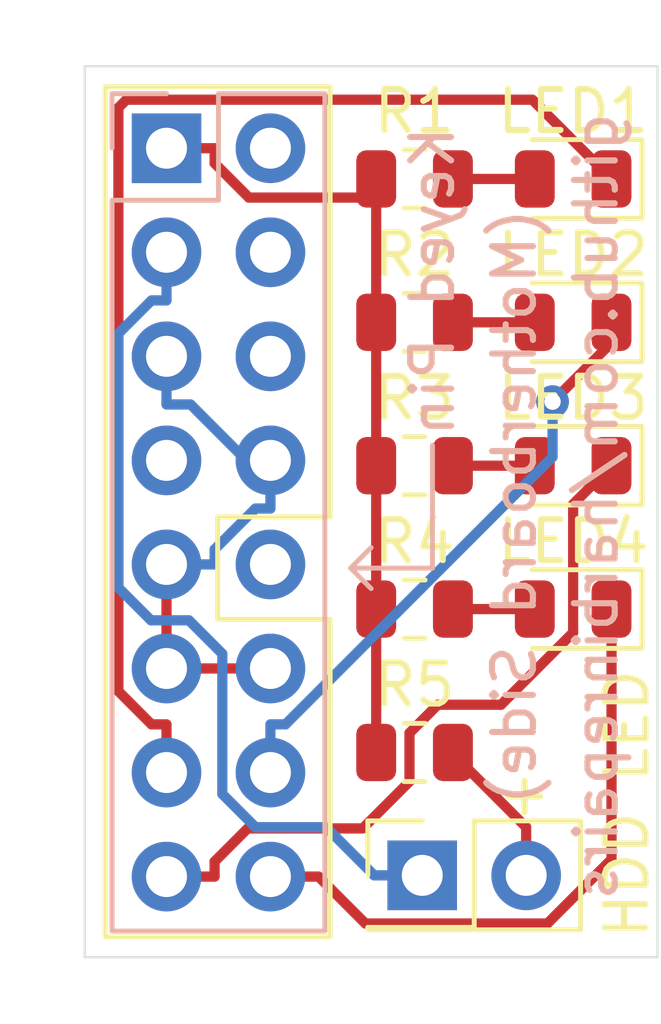
<source format=kicad_pcb>
(kicad_pcb (version 20171130) (host pcbnew "(5.1.0-0)")

  (general
    (thickness 1.6)
    (drawings 22)
    (tracks 69)
    (zones 0)
    (modules 11)
    (nets 18)
  )

  (page A4)
  (layers
    (0 F.Cu signal)
    (31 B.Cu signal)
    (32 B.Adhes user)
    (33 F.Adhes user)
    (34 B.Paste user)
    (35 F.Paste user)
    (36 B.SilkS user)
    (37 F.SilkS user)
    (38 B.Mask user)
    (39 F.Mask user)
    (40 Dwgs.User user)
    (41 Cmts.User user)
    (42 Eco1.User user)
    (43 Eco2.User user)
    (44 Edge.Cuts user)
    (45 Margin user)
    (46 B.CrtYd user)
    (47 F.CrtYd user)
    (48 B.Fab user)
    (49 F.Fab user)
  )

  (setup
    (last_trace_width 0.25)
    (trace_clearance 0.2)
    (zone_clearance 0.508)
    (zone_45_only no)
    (trace_min 0.2)
    (via_size 0.8)
    (via_drill 0.4)
    (via_min_size 0.4)
    (via_min_drill 0.3)
    (uvia_size 0.3)
    (uvia_drill 0.1)
    (uvias_allowed no)
    (uvia_min_size 0.2)
    (uvia_min_drill 0.1)
    (edge_width 0.05)
    (segment_width 0.2)
    (pcb_text_width 0.3)
    (pcb_text_size 1.5 1.5)
    (mod_edge_width 0.12)
    (mod_text_size 1 1)
    (mod_text_width 0.15)
    (pad_size 1.524 1.524)
    (pad_drill 0.762)
    (pad_to_mask_clearance 0.051)
    (solder_mask_min_width 0.25)
    (aux_axis_origin 0 0)
    (visible_elements FFFFFF7F)
    (pcbplotparams
      (layerselection 0x010fc_ffffffff)
      (usegerberextensions false)
      (usegerberattributes false)
      (usegerberadvancedattributes false)
      (creategerberjobfile false)
      (excludeedgelayer true)
      (linewidth 0.100000)
      (plotframeref false)
      (viasonmask false)
      (mode 1)
      (useauxorigin false)
      (hpglpennumber 1)
      (hpglpenspeed 20)
      (hpglpendiameter 15.000000)
      (psnegative false)
      (psa4output false)
      (plotreference true)
      (plotvalue true)
      (plotinvisibletext false)
      (padsonsilk false)
      (subtractmaskfromsilk false)
      (outputformat 1)
      (mirror false)
      (drillshape 0)
      (scaleselection 1)
      (outputdirectory ""))
  )

  (net 0 "")
  (net 1 LED1)
  (net 2 "Net-(D1-Pad2)")
  (net 3 "Net-(D2-Pad2)")
  (net 4 LED2)
  (net 5 LED3)
  (net 6 "Net-(D3-Pad2)")
  (net 7 "Net-(D4-Pad2)")
  (net 8 LED4)
  (net 9 HDD_LED)
  (net 10 "Net-(J1-Pad2)")
  (net 11 VCC)
  (net 12 "Net-(J2-Pad2)")
  (net 13 SENSE_JUMPER)
  (net 14 "Net-(J1-Pad4)")
  (net 15 "Net-(J1-Pad6)")
  (net 16 "Net-(J1-Pad7)")
  (net 17 "Net-(J1-Pad10)")

  (net_class Default "This is the default net class."
    (clearance 0.2)
    (trace_width 0.25)
    (via_dia 0.8)
    (via_drill 0.4)
    (uvia_dia 0.3)
    (uvia_drill 0.1)
    (add_net HDD_LED)
    (add_net LED1)
    (add_net LED2)
    (add_net LED3)
    (add_net LED4)
    (add_net "Net-(D1-Pad2)")
    (add_net "Net-(D2-Pad2)")
    (add_net "Net-(D3-Pad2)")
    (add_net "Net-(D4-Pad2)")
    (add_net "Net-(J1-Pad10)")
    (add_net "Net-(J1-Pad2)")
    (add_net "Net-(J1-Pad4)")
    (add_net "Net-(J1-Pad6)")
    (add_net "Net-(J1-Pad7)")
    (add_net "Net-(J2-Pad2)")
    (add_net SENSE_JUMPER)
    (add_net VCC)
  )

  (module Connector_PinHeader_2.54mm:PinHeader_2x01_P2.54mm_Vertical (layer F.Cu) (tedit 59FED5CC) (tstamp 5D4D579E)
    (at 150.75 82.5)
    (descr "Through hole straight pin header, 2x01, 2.54mm pitch, double rows")
    (tags "Through hole pin header THT 2x01 2.54mm double row")
    (path /5D4E63D9)
    (fp_text reference J2 (at 1.27 -2.33) (layer F.Fab)
      (effects (font (size 1 1) (thickness 0.15)))
    )
    (fp_text value "HDD LED" (at 1.27 2.33) (layer F.Fab)
      (effects (font (size 1 1) (thickness 0.15)))
    )
    (fp_text user %R (at 1.27 0 90) (layer F.Fab)
      (effects (font (size 1 1) (thickness 0.15)))
    )
    (fp_line (start 4.35 -1.8) (end -1.8 -1.8) (layer F.CrtYd) (width 0.05))
    (fp_line (start 4.35 1.8) (end 4.35 -1.8) (layer F.CrtYd) (width 0.05))
    (fp_line (start -1.8 1.8) (end 4.35 1.8) (layer F.CrtYd) (width 0.05))
    (fp_line (start -1.8 -1.8) (end -1.8 1.8) (layer F.CrtYd) (width 0.05))
    (fp_line (start -1.33 -1.33) (end 0 -1.33) (layer F.SilkS) (width 0.12))
    (fp_line (start -1.33 0) (end -1.33 -1.33) (layer F.SilkS) (width 0.12))
    (fp_line (start 1.27 -1.33) (end 3.87 -1.33) (layer F.SilkS) (width 0.12))
    (fp_line (start 1.27 1.27) (end 1.27 -1.33) (layer F.SilkS) (width 0.12))
    (fp_line (start -1.33 1.27) (end 1.27 1.27) (layer F.SilkS) (width 0.12))
    (fp_line (start 3.87 -1.33) (end 3.87 1.33) (layer F.SilkS) (width 0.12))
    (fp_line (start -1.33 1.27) (end -1.33 1.33) (layer F.SilkS) (width 0.12))
    (fp_line (start -1.33 1.33) (end 3.87 1.33) (layer F.SilkS) (width 0.12))
    (fp_line (start -1.27 0) (end 0 -1.27) (layer F.Fab) (width 0.1))
    (fp_line (start -1.27 1.27) (end -1.27 0) (layer F.Fab) (width 0.1))
    (fp_line (start 3.81 1.27) (end -1.27 1.27) (layer F.Fab) (width 0.1))
    (fp_line (start 3.81 -1.27) (end 3.81 1.27) (layer F.Fab) (width 0.1))
    (fp_line (start 0 -1.27) (end 3.81 -1.27) (layer F.Fab) (width 0.1))
    (pad 2 thru_hole oval (at 2.54 0) (size 1.7 1.7) (drill 1) (layers *.Cu *.Mask)
      (net 12 "Net-(J2-Pad2)"))
    (pad 1 thru_hole rect (at 0 0) (size 1.7 1.7) (drill 1) (layers *.Cu *.Mask)
      (net 9 HDD_LED))
    (model ${KISYS3DMOD}/Connector_PinHeader_2.54mm.3dshapes/PinHeader_2x01_P2.54mm_Vertical.wrl
      (at (xyz 0 0 0))
      (scale (xyz 1 1 1))
      (rotate (xyz 0 0 0))
    )
  )

  (module LED_SMD:LED_0805_2012Metric (layer F.Cu) (tedit 5B36C52C) (tstamp 5D4D51EC)
    (at 154.438 65.5 180)
    (descr "LED SMD 0805 (2012 Metric), square (rectangular) end terminal, IPC_7351 nominal, (Body size source: https://docs.google.com/spreadsheets/d/1BsfQQcO9C6DZCsRaXUlFlo91Tg2WpOkGARC1WS5S8t0/edit?usp=sharing), generated with kicad-footprint-generator")
    (tags diode)
    (path /5D4DA517)
    (attr smd)
    (fp_text reference D1 (at -0.0625 1.75 180) (layer F.Fab)
      (effects (font (size 1 1) (thickness 0.15)))
    )
    (fp_text value LED1 (at 0 1.65 180) (layer F.SilkS)
      (effects (font (size 1 1) (thickness 0.15)))
    )
    (fp_line (start 1 -0.6) (end -0.7 -0.6) (layer F.Fab) (width 0.1))
    (fp_line (start -0.7 -0.6) (end -1 -0.3) (layer F.Fab) (width 0.1))
    (fp_line (start -1 -0.3) (end -1 0.6) (layer F.Fab) (width 0.1))
    (fp_line (start -1 0.6) (end 1 0.6) (layer F.Fab) (width 0.1))
    (fp_line (start 1 0.6) (end 1 -0.6) (layer F.Fab) (width 0.1))
    (fp_line (start 1 -0.96) (end -1.685 -0.96) (layer F.SilkS) (width 0.12))
    (fp_line (start -1.685 -0.96) (end -1.685 0.96) (layer F.SilkS) (width 0.12))
    (fp_line (start -1.685 0.96) (end 1 0.96) (layer F.SilkS) (width 0.12))
    (fp_line (start -1.68 0.95) (end -1.68 -0.95) (layer F.CrtYd) (width 0.05))
    (fp_line (start -1.68 -0.95) (end 1.68 -0.95) (layer F.CrtYd) (width 0.05))
    (fp_line (start 1.68 -0.95) (end 1.68 0.95) (layer F.CrtYd) (width 0.05))
    (fp_line (start 1.68 0.95) (end -1.68 0.95) (layer F.CrtYd) (width 0.05))
    (fp_text user %R (at 0 0 180) (layer F.Fab)
      (effects (font (size 0.5 0.5) (thickness 0.08)))
    )
    (pad 1 smd roundrect (at -0.9375 0 180) (size 0.975 1.4) (layers F.Cu F.Paste F.Mask) (roundrect_rratio 0.25)
      (net 1 LED1))
    (pad 2 smd roundrect (at 0.9375 0 180) (size 0.975 1.4) (layers F.Cu F.Paste F.Mask) (roundrect_rratio 0.25)
      (net 2 "Net-(D1-Pad2)"))
    (model ${KISYS3DMOD}/LED_SMD.3dshapes/LED_0805_2012Metric.wrl
      (at (xyz 0 0 0))
      (scale (xyz 1 1 1))
      (rotate (xyz 0 0 0))
    )
  )

  (module LED_SMD:LED_0805_2012Metric (layer F.Cu) (tedit 5B36C52C) (tstamp 5D4D4E9A)
    (at 154.438 69 180)
    (descr "LED SMD 0805 (2012 Metric), square (rectangular) end terminal, IPC_7351 nominal, (Body size source: https://docs.google.com/spreadsheets/d/1BsfQQcO9C6DZCsRaXUlFlo91Tg2WpOkGARC1WS5S8t0/edit?usp=sharing), generated with kicad-footprint-generator")
    (tags diode)
    (path /5D4DB0F2)
    (attr smd)
    (fp_text reference D2 (at -0.0625 1.75 180) (layer F.Fab)
      (effects (font (size 1 1) (thickness 0.15)))
    )
    (fp_text value LED2 (at 0 1.65 180) (layer F.SilkS)
      (effects (font (size 1 1) (thickness 0.15)))
    )
    (fp_text user %R (at 0 0 180) (layer F.Fab)
      (effects (font (size 0.5 0.5) (thickness 0.08)))
    )
    (fp_line (start 1.68 0.95) (end -1.68 0.95) (layer F.CrtYd) (width 0.05))
    (fp_line (start 1.68 -0.95) (end 1.68 0.95) (layer F.CrtYd) (width 0.05))
    (fp_line (start -1.68 -0.95) (end 1.68 -0.95) (layer F.CrtYd) (width 0.05))
    (fp_line (start -1.68 0.95) (end -1.68 -0.95) (layer F.CrtYd) (width 0.05))
    (fp_line (start -1.685 0.96) (end 1 0.96) (layer F.SilkS) (width 0.12))
    (fp_line (start -1.685 -0.96) (end -1.685 0.96) (layer F.SilkS) (width 0.12))
    (fp_line (start 1 -0.96) (end -1.685 -0.96) (layer F.SilkS) (width 0.12))
    (fp_line (start 1 0.6) (end 1 -0.6) (layer F.Fab) (width 0.1))
    (fp_line (start -1 0.6) (end 1 0.6) (layer F.Fab) (width 0.1))
    (fp_line (start -1 -0.3) (end -1 0.6) (layer F.Fab) (width 0.1))
    (fp_line (start -0.7 -0.6) (end -1 -0.3) (layer F.Fab) (width 0.1))
    (fp_line (start 1 -0.6) (end -0.7 -0.6) (layer F.Fab) (width 0.1))
    (pad 2 smd roundrect (at 0.9375 0 180) (size 0.975 1.4) (layers F.Cu F.Paste F.Mask) (roundrect_rratio 0.25)
      (net 3 "Net-(D2-Pad2)"))
    (pad 1 smd roundrect (at -0.9375 0 180) (size 0.975 1.4) (layers F.Cu F.Paste F.Mask) (roundrect_rratio 0.25)
      (net 4 LED2))
    (model ${KISYS3DMOD}/LED_SMD.3dshapes/LED_0805_2012Metric.wrl
      (at (xyz 0 0 0))
      (scale (xyz 1 1 1))
      (rotate (xyz 0 0 0))
    )
  )

  (module LED_SMD:LED_0805_2012Metric (layer F.Cu) (tedit 5B36C52C) (tstamp 5D4D4E64)
    (at 154.438 72.5 180)
    (descr "LED SMD 0805 (2012 Metric), square (rectangular) end terminal, IPC_7351 nominal, (Body size source: https://docs.google.com/spreadsheets/d/1BsfQQcO9C6DZCsRaXUlFlo91Tg2WpOkGARC1WS5S8t0/edit?usp=sharing), generated with kicad-footprint-generator")
    (tags diode)
    (path /5D4DBB95)
    (attr smd)
    (fp_text reference D3 (at -0.0625 1.75 180) (layer F.Fab)
      (effects (font (size 1 1) (thickness 0.15)))
    )
    (fp_text value LED3 (at 0 1.65 180) (layer F.SilkS)
      (effects (font (size 1 1) (thickness 0.15)))
    )
    (fp_line (start 1 -0.6) (end -0.7 -0.6) (layer F.Fab) (width 0.1))
    (fp_line (start -0.7 -0.6) (end -1 -0.3) (layer F.Fab) (width 0.1))
    (fp_line (start -1 -0.3) (end -1 0.6) (layer F.Fab) (width 0.1))
    (fp_line (start -1 0.6) (end 1 0.6) (layer F.Fab) (width 0.1))
    (fp_line (start 1 0.6) (end 1 -0.6) (layer F.Fab) (width 0.1))
    (fp_line (start 1 -0.96) (end -1.685 -0.96) (layer F.SilkS) (width 0.12))
    (fp_line (start -1.685 -0.96) (end -1.685 0.96) (layer F.SilkS) (width 0.12))
    (fp_line (start -1.685 0.96) (end 1 0.96) (layer F.SilkS) (width 0.12))
    (fp_line (start -1.68 0.95) (end -1.68 -0.95) (layer F.CrtYd) (width 0.05))
    (fp_line (start -1.68 -0.95) (end 1.68 -0.95) (layer F.CrtYd) (width 0.05))
    (fp_line (start 1.68 -0.95) (end 1.68 0.95) (layer F.CrtYd) (width 0.05))
    (fp_line (start 1.68 0.95) (end -1.68 0.95) (layer F.CrtYd) (width 0.05))
    (fp_text user %R (at 0 0 180) (layer F.Fab)
      (effects (font (size 0.5 0.5) (thickness 0.08)))
    )
    (pad 1 smd roundrect (at -0.9375 0 180) (size 0.975 1.4) (layers F.Cu F.Paste F.Mask) (roundrect_rratio 0.25)
      (net 5 LED3))
    (pad 2 smd roundrect (at 0.9375 0 180) (size 0.975 1.4) (layers F.Cu F.Paste F.Mask) (roundrect_rratio 0.25)
      (net 6 "Net-(D3-Pad2)"))
    (model ${KISYS3DMOD}/LED_SMD.3dshapes/LED_0805_2012Metric.wrl
      (at (xyz 0 0 0))
      (scale (xyz 1 1 1))
      (rotate (xyz 0 0 0))
    )
  )

  (module LED_SMD:LED_0805_2012Metric (layer F.Cu) (tedit 5B36C52C) (tstamp 5D4D4E2E)
    (at 154.438 76 180)
    (descr "LED SMD 0805 (2012 Metric), square (rectangular) end terminal, IPC_7351 nominal, (Body size source: https://docs.google.com/spreadsheets/d/1BsfQQcO9C6DZCsRaXUlFlo91Tg2WpOkGARC1WS5S8t0/edit?usp=sharing), generated with kicad-footprint-generator")
    (tags diode)
    (path /5D4DC4DC)
    (attr smd)
    (fp_text reference D4 (at -0.0625 1.75 180) (layer F.Fab)
      (effects (font (size 1 1) (thickness 0.15)))
    )
    (fp_text value LED4 (at 0 1.65 180) (layer F.SilkS)
      (effects (font (size 1 1) (thickness 0.15)))
    )
    (fp_text user %R (at 0 0 180) (layer F.Fab)
      (effects (font (size 0.5 0.5) (thickness 0.08)))
    )
    (fp_line (start 1.68 0.95) (end -1.68 0.95) (layer F.CrtYd) (width 0.05))
    (fp_line (start 1.68 -0.95) (end 1.68 0.95) (layer F.CrtYd) (width 0.05))
    (fp_line (start -1.68 -0.95) (end 1.68 -0.95) (layer F.CrtYd) (width 0.05))
    (fp_line (start -1.68 0.95) (end -1.68 -0.95) (layer F.CrtYd) (width 0.05))
    (fp_line (start -1.685 0.96) (end 1 0.96) (layer F.SilkS) (width 0.12))
    (fp_line (start -1.685 -0.96) (end -1.685 0.96) (layer F.SilkS) (width 0.12))
    (fp_line (start 1 -0.96) (end -1.685 -0.96) (layer F.SilkS) (width 0.12))
    (fp_line (start 1 0.6) (end 1 -0.6) (layer F.Fab) (width 0.1))
    (fp_line (start -1 0.6) (end 1 0.6) (layer F.Fab) (width 0.1))
    (fp_line (start -1 -0.3) (end -1 0.6) (layer F.Fab) (width 0.1))
    (fp_line (start -0.7 -0.6) (end -1 -0.3) (layer F.Fab) (width 0.1))
    (fp_line (start 1 -0.6) (end -0.7 -0.6) (layer F.Fab) (width 0.1))
    (pad 2 smd roundrect (at 0.9375 0 180) (size 0.975 1.4) (layers F.Cu F.Paste F.Mask) (roundrect_rratio 0.25)
      (net 7 "Net-(D4-Pad2)"))
    (pad 1 smd roundrect (at -0.9375 0 180) (size 0.975 1.4) (layers F.Cu F.Paste F.Mask) (roundrect_rratio 0.25)
      (net 8 LED4))
    (model ${KISYS3DMOD}/LED_SMD.3dshapes/LED_0805_2012Metric.wrl
      (at (xyz 0 0 0))
      (scale (xyz 1 1 1))
      (rotate (xyz 0 0 0))
    )
  )

  (module Connector_PinSocket_2.54mm:PinSocket_2x08_P2.54mm_Vertical (layer B.Cu) (tedit 5A19A42B) (tstamp 5D4D3F8F)
    (at 144.5 64.75 180)
    (descr "Through hole straight socket strip, 2x08, 2.54mm pitch, double cols (from Kicad 4.0.7), script generated")
    (tags "Through hole socket strip THT 2x08 2.54mm double row")
    (path /5D4CE0A3)
    (fp_text reference J1 (at -1.27 2.77 180) (layer B.Fab)
      (effects (font (size 1 1) (thickness 0.15)) (justify mirror))
    )
    (fp_text value "MB Connector" (at -1.27 -20.55 180) (layer B.Fab)
      (effects (font (size 1 1) (thickness 0.15)) (justify mirror))
    )
    (fp_line (start -3.81 1.27) (end 0.27 1.27) (layer B.Fab) (width 0.1))
    (fp_line (start 0.27 1.27) (end 1.27 0.27) (layer B.Fab) (width 0.1))
    (fp_line (start 1.27 0.27) (end 1.27 -19.05) (layer B.Fab) (width 0.1))
    (fp_line (start 1.27 -19.05) (end -3.81 -19.05) (layer B.Fab) (width 0.1))
    (fp_line (start -3.81 -19.05) (end -3.81 1.27) (layer B.Fab) (width 0.1))
    (fp_line (start -3.87 1.33) (end -1.27 1.33) (layer B.SilkS) (width 0.12))
    (fp_line (start -3.87 1.33) (end -3.87 -19.11) (layer B.SilkS) (width 0.12))
    (fp_line (start -3.87 -19.11) (end 1.33 -19.11) (layer B.SilkS) (width 0.12))
    (fp_line (start 1.33 -1.27) (end 1.33 -19.11) (layer B.SilkS) (width 0.12))
    (fp_line (start -1.27 -1.27) (end 1.33 -1.27) (layer B.SilkS) (width 0.12))
    (fp_line (start -1.27 1.33) (end -1.27 -1.27) (layer B.SilkS) (width 0.12))
    (fp_line (start 1.33 1.33) (end 1.33 0) (layer B.SilkS) (width 0.12))
    (fp_line (start 0 1.33) (end 1.33 1.33) (layer B.SilkS) (width 0.12))
    (fp_line (start -4.34 1.8) (end 1.76 1.8) (layer B.CrtYd) (width 0.05))
    (fp_line (start 1.76 1.8) (end 1.76 -19.55) (layer B.CrtYd) (width 0.05))
    (fp_line (start 1.76 -19.55) (end -4.34 -19.55) (layer B.CrtYd) (width 0.05))
    (fp_line (start -4.34 -19.55) (end -4.34 1.8) (layer B.CrtYd) (width 0.05))
    (fp_text user %R (at -1.27 -8.89 90) (layer B.Fab)
      (effects (font (size 1 1) (thickness 0.15)) (justify mirror))
    )
    (pad 1 thru_hole rect (at 0 0 180) (size 1.7 1.7) (drill 1) (layers *.Cu *.Mask)
      (net 11 VCC))
    (pad 2 thru_hole oval (at -2.54 0 180) (size 1.7 1.7) (drill 1) (layers *.Cu *.Mask)
      (net 10 "Net-(J1-Pad2)"))
    (pad 3 thru_hole oval (at 0 -2.54 180) (size 1.7 1.7) (drill 1) (layers *.Cu *.Mask)
      (net 9 HDD_LED))
    (pad 4 thru_hole oval (at -2.54 -2.54 180) (size 1.7 1.7) (drill 1) (layers *.Cu *.Mask)
      (net 14 "Net-(J1-Pad4)"))
    (pad 5 thru_hole oval (at 0 -5.08 180) (size 1.7 1.7) (drill 1) (layers *.Cu *.Mask)
      (net 13 SENSE_JUMPER))
    (pad 6 thru_hole oval (at -2.54 -5.08 180) (size 1.7 1.7) (drill 1) (layers *.Cu *.Mask)
      (net 15 "Net-(J1-Pad6)"))
    (pad 7 thru_hole oval (at 0 -7.62 180) (size 1.7 1.7) (drill 1) (layers *.Cu *.Mask)
      (net 16 "Net-(J1-Pad7)"))
    (pad 8 thru_hole oval (at -2.54 -7.62 180) (size 1.7 1.7) (drill 1) (layers *.Cu *.Mask)
      (net 13 SENSE_JUMPER))
    (pad 9 thru_hole oval (at 0 -10.16 180) (size 1.7 1.7) (drill 1) (layers *.Cu *.Mask)
      (net 13 SENSE_JUMPER))
    (pad 10 thru_hole oval (at -2.54 -10.16 180) (size 1.7 1.7) (drill 1) (layers *.Cu *.Mask)
      (net 17 "Net-(J1-Pad10)"))
    (pad 11 thru_hole oval (at 0 -12.7 180) (size 1.7 1.7) (drill 1) (layers *.Cu *.Mask)
      (net 13 SENSE_JUMPER))
    (pad 12 thru_hole oval (at -2.54 -12.7 180) (size 1.7 1.7) (drill 1) (layers *.Cu *.Mask)
      (net 13 SENSE_JUMPER))
    (pad 13 thru_hole oval (at 0 -15.24 180) (size 1.7 1.7) (drill 1) (layers *.Cu *.Mask)
      (net 1 LED1))
    (pad 14 thru_hole oval (at -2.54 -15.24 180) (size 1.7 1.7) (drill 1) (layers *.Cu *.Mask)
      (net 4 LED2))
    (pad 15 thru_hole oval (at 0 -17.78 180) (size 1.7 1.7) (drill 1) (layers *.Cu *.Mask)
      (net 5 LED3))
    (pad 16 thru_hole oval (at -2.54 -17.78 180) (size 1.7 1.7) (drill 1) (layers *.Cu *.Mask)
      (net 8 LED4))
    (model ${KISYS3DMOD}/Connector_PinSocket_2.54mm.3dshapes/PinSocket_2x08_P2.54mm_Vertical.wrl
      (at (xyz 0 0 0))
      (scale (xyz 1 1 1))
      (rotate (xyz 0 0 0))
    )
  )

  (module Resistor_SMD:R_0805_2012Metric (layer F.Cu) (tedit 5B36C52B) (tstamp 5D4D3FA0)
    (at 150.562 79.5)
    (descr "Resistor SMD 0805 (2012 Metric), square (rectangular) end terminal, IPC_7351 nominal, (Body size source: https://docs.google.com/spreadsheets/d/1BsfQQcO9C6DZCsRaXUlFlo91Tg2WpOkGARC1WS5S8t0/edit?usp=sharing), generated with kicad-footprint-generator")
    (tags resistor)
    (path /5D4D8B6E)
    (attr smd)
    (fp_text reference R5 (at 0 -1.65) (layer F.SilkS)
      (effects (font (size 1 1) (thickness 0.15)))
    )
    (fp_text value 470 (at 0 1.65) (layer F.Fab)
      (effects (font (size 1 1) (thickness 0.15)))
    )
    (fp_line (start -1 0.6) (end -1 -0.6) (layer F.Fab) (width 0.1))
    (fp_line (start -1 -0.6) (end 1 -0.6) (layer F.Fab) (width 0.1))
    (fp_line (start 1 -0.6) (end 1 0.6) (layer F.Fab) (width 0.1))
    (fp_line (start 1 0.6) (end -1 0.6) (layer F.Fab) (width 0.1))
    (fp_line (start -0.258578 -0.71) (end 0.258578 -0.71) (layer F.SilkS) (width 0.12))
    (fp_line (start -0.258578 0.71) (end 0.258578 0.71) (layer F.SilkS) (width 0.12))
    (fp_line (start -1.68 0.95) (end -1.68 -0.95) (layer F.CrtYd) (width 0.05))
    (fp_line (start -1.68 -0.95) (end 1.68 -0.95) (layer F.CrtYd) (width 0.05))
    (fp_line (start 1.68 -0.95) (end 1.68 0.95) (layer F.CrtYd) (width 0.05))
    (fp_line (start 1.68 0.95) (end -1.68 0.95) (layer F.CrtYd) (width 0.05))
    (fp_text user %R (at 0 0) (layer F.Fab)
      (effects (font (size 0.5 0.5) (thickness 0.08)))
    )
    (pad 1 smd roundrect (at -0.9375 0) (size 0.975 1.4) (layers F.Cu F.Paste F.Mask) (roundrect_rratio 0.25)
      (net 11 VCC))
    (pad 2 smd roundrect (at 0.9375 0) (size 0.975 1.4) (layers F.Cu F.Paste F.Mask) (roundrect_rratio 0.25)
      (net 12 "Net-(J2-Pad2)"))
    (model ${KISYS3DMOD}/Resistor_SMD.3dshapes/R_0805_2012Metric.wrl
      (at (xyz 0 0 0))
      (scale (xyz 1 1 1))
      (rotate (xyz 0 0 0))
    )
  )

  (module Resistor_SMD:R_0805_2012Metric (layer F.Cu) (tedit 5B36C52B) (tstamp 5D4D4F34)
    (at 150.562 65.5)
    (descr "Resistor SMD 0805 (2012 Metric), square (rectangular) end terminal, IPC_7351 nominal, (Body size source: https://docs.google.com/spreadsheets/d/1BsfQQcO9C6DZCsRaXUlFlo91Tg2WpOkGARC1WS5S8t0/edit?usp=sharing), generated with kicad-footprint-generator")
    (tags resistor)
    (path /5D4DA51D)
    (attr smd)
    (fp_text reference R1 (at 0 -1.65) (layer F.SilkS)
      (effects (font (size 1 1) (thickness 0.15)))
    )
    (fp_text value 470 (at 0 1.65) (layer F.Fab)
      (effects (font (size 1 1) (thickness 0.15)))
    )
    (fp_text user %R (at 0 0) (layer F.Fab)
      (effects (font (size 0.5 0.5) (thickness 0.08)))
    )
    (fp_line (start 1.68 0.95) (end -1.68 0.95) (layer F.CrtYd) (width 0.05))
    (fp_line (start 1.68 -0.95) (end 1.68 0.95) (layer F.CrtYd) (width 0.05))
    (fp_line (start -1.68 -0.95) (end 1.68 -0.95) (layer F.CrtYd) (width 0.05))
    (fp_line (start -1.68 0.95) (end -1.68 -0.95) (layer F.CrtYd) (width 0.05))
    (fp_line (start -0.258578 0.71) (end 0.258578 0.71) (layer F.SilkS) (width 0.12))
    (fp_line (start -0.258578 -0.71) (end 0.258578 -0.71) (layer F.SilkS) (width 0.12))
    (fp_line (start 1 0.6) (end -1 0.6) (layer F.Fab) (width 0.1))
    (fp_line (start 1 -0.6) (end 1 0.6) (layer F.Fab) (width 0.1))
    (fp_line (start -1 -0.6) (end 1 -0.6) (layer F.Fab) (width 0.1))
    (fp_line (start -1 0.6) (end -1 -0.6) (layer F.Fab) (width 0.1))
    (pad 2 smd roundrect (at 0.9375 0) (size 0.975 1.4) (layers F.Cu F.Paste F.Mask) (roundrect_rratio 0.25)
      (net 2 "Net-(D1-Pad2)"))
    (pad 1 smd roundrect (at -0.9375 0) (size 0.975 1.4) (layers F.Cu F.Paste F.Mask) (roundrect_rratio 0.25)
      (net 11 VCC))
    (model ${KISYS3DMOD}/Resistor_SMD.3dshapes/R_0805_2012Metric.wrl
      (at (xyz 0 0 0))
      (scale (xyz 1 1 1))
      (rotate (xyz 0 0 0))
    )
  )

  (module Resistor_SMD:R_0805_2012Metric (layer F.Cu) (tedit 5B36C52B) (tstamp 5D4D4F04)
    (at 150.562 69)
    (descr "Resistor SMD 0805 (2012 Metric), square (rectangular) end terminal, IPC_7351 nominal, (Body size source: https://docs.google.com/spreadsheets/d/1BsfQQcO9C6DZCsRaXUlFlo91Tg2WpOkGARC1WS5S8t0/edit?usp=sharing), generated with kicad-footprint-generator")
    (tags resistor)
    (path /5D4DB0F8)
    (attr smd)
    (fp_text reference R2 (at 0 -1.65) (layer F.SilkS)
      (effects (font (size 1 1) (thickness 0.15)))
    )
    (fp_text value 470 (at 0 1.65) (layer F.Fab)
      (effects (font (size 1 1) (thickness 0.15)))
    )
    (fp_line (start -1 0.6) (end -1 -0.6) (layer F.Fab) (width 0.1))
    (fp_line (start -1 -0.6) (end 1 -0.6) (layer F.Fab) (width 0.1))
    (fp_line (start 1 -0.6) (end 1 0.6) (layer F.Fab) (width 0.1))
    (fp_line (start 1 0.6) (end -1 0.6) (layer F.Fab) (width 0.1))
    (fp_line (start -0.258578 -0.71) (end 0.258578 -0.71) (layer F.SilkS) (width 0.12))
    (fp_line (start -0.258578 0.71) (end 0.258578 0.71) (layer F.SilkS) (width 0.12))
    (fp_line (start -1.68 0.95) (end -1.68 -0.95) (layer F.CrtYd) (width 0.05))
    (fp_line (start -1.68 -0.95) (end 1.68 -0.95) (layer F.CrtYd) (width 0.05))
    (fp_line (start 1.68 -0.95) (end 1.68 0.95) (layer F.CrtYd) (width 0.05))
    (fp_line (start 1.68 0.95) (end -1.68 0.95) (layer F.CrtYd) (width 0.05))
    (fp_text user %R (at 0 0) (layer F.Fab)
      (effects (font (size 0.5 0.5) (thickness 0.08)))
    )
    (pad 1 smd roundrect (at -0.9375 0) (size 0.975 1.4) (layers F.Cu F.Paste F.Mask) (roundrect_rratio 0.25)
      (net 11 VCC))
    (pad 2 smd roundrect (at 0.9375 0) (size 0.975 1.4) (layers F.Cu F.Paste F.Mask) (roundrect_rratio 0.25)
      (net 3 "Net-(D2-Pad2)"))
    (model ${KISYS3DMOD}/Resistor_SMD.3dshapes/R_0805_2012Metric.wrl
      (at (xyz 0 0 0))
      (scale (xyz 1 1 1))
      (rotate (xyz 0 0 0))
    )
  )

  (module Resistor_SMD:R_0805_2012Metric (layer F.Cu) (tedit 5B36C52B) (tstamp 5D4D4DCC)
    (at 150.562 72.5)
    (descr "Resistor SMD 0805 (2012 Metric), square (rectangular) end terminal, IPC_7351 nominal, (Body size source: https://docs.google.com/spreadsheets/d/1BsfQQcO9C6DZCsRaXUlFlo91Tg2WpOkGARC1WS5S8t0/edit?usp=sharing), generated with kicad-footprint-generator")
    (tags resistor)
    (path /5D4DBB9B)
    (attr smd)
    (fp_text reference R3 (at 0 -1.65) (layer F.SilkS)
      (effects (font (size 1 1) (thickness 0.15)))
    )
    (fp_text value 470 (at 0 1.65) (layer F.Fab)
      (effects (font (size 1 1) (thickness 0.15)))
    )
    (fp_text user %R (at 0 0) (layer F.Fab)
      (effects (font (size 0.5 0.5) (thickness 0.08)))
    )
    (fp_line (start 1.68 0.95) (end -1.68 0.95) (layer F.CrtYd) (width 0.05))
    (fp_line (start 1.68 -0.95) (end 1.68 0.95) (layer F.CrtYd) (width 0.05))
    (fp_line (start -1.68 -0.95) (end 1.68 -0.95) (layer F.CrtYd) (width 0.05))
    (fp_line (start -1.68 0.95) (end -1.68 -0.95) (layer F.CrtYd) (width 0.05))
    (fp_line (start -0.258578 0.71) (end 0.258578 0.71) (layer F.SilkS) (width 0.12))
    (fp_line (start -0.258578 -0.71) (end 0.258578 -0.71) (layer F.SilkS) (width 0.12))
    (fp_line (start 1 0.6) (end -1 0.6) (layer F.Fab) (width 0.1))
    (fp_line (start 1 -0.6) (end 1 0.6) (layer F.Fab) (width 0.1))
    (fp_line (start -1 -0.6) (end 1 -0.6) (layer F.Fab) (width 0.1))
    (fp_line (start -1 0.6) (end -1 -0.6) (layer F.Fab) (width 0.1))
    (pad 2 smd roundrect (at 0.9375 0) (size 0.975 1.4) (layers F.Cu F.Paste F.Mask) (roundrect_rratio 0.25)
      (net 6 "Net-(D3-Pad2)"))
    (pad 1 smd roundrect (at -0.9375 0) (size 0.975 1.4) (layers F.Cu F.Paste F.Mask) (roundrect_rratio 0.25)
      (net 11 VCC))
    (model ${KISYS3DMOD}/Resistor_SMD.3dshapes/R_0805_2012Metric.wrl
      (at (xyz 0 0 0))
      (scale (xyz 1 1 1))
      (rotate (xyz 0 0 0))
    )
  )

  (module Resistor_SMD:R_0805_2012Metric (layer F.Cu) (tedit 5B36C52B) (tstamp 5D4D4DFC)
    (at 150.562 76)
    (descr "Resistor SMD 0805 (2012 Metric), square (rectangular) end terminal, IPC_7351 nominal, (Body size source: https://docs.google.com/spreadsheets/d/1BsfQQcO9C6DZCsRaXUlFlo91Tg2WpOkGARC1WS5S8t0/edit?usp=sharing), generated with kicad-footprint-generator")
    (tags resistor)
    (path /5D4DC4E2)
    (attr smd)
    (fp_text reference R4 (at 0 -1.65) (layer F.SilkS)
      (effects (font (size 1 1) (thickness 0.15)))
    )
    (fp_text value 470 (at 0 1.65) (layer F.Fab)
      (effects (font (size 1 1) (thickness 0.15)))
    )
    (fp_line (start -1 0.6) (end -1 -0.6) (layer F.Fab) (width 0.1))
    (fp_line (start -1 -0.6) (end 1 -0.6) (layer F.Fab) (width 0.1))
    (fp_line (start 1 -0.6) (end 1 0.6) (layer F.Fab) (width 0.1))
    (fp_line (start 1 0.6) (end -1 0.6) (layer F.Fab) (width 0.1))
    (fp_line (start -0.258578 -0.71) (end 0.258578 -0.71) (layer F.SilkS) (width 0.12))
    (fp_line (start -0.258578 0.71) (end 0.258578 0.71) (layer F.SilkS) (width 0.12))
    (fp_line (start -1.68 0.95) (end -1.68 -0.95) (layer F.CrtYd) (width 0.05))
    (fp_line (start -1.68 -0.95) (end 1.68 -0.95) (layer F.CrtYd) (width 0.05))
    (fp_line (start 1.68 -0.95) (end 1.68 0.95) (layer F.CrtYd) (width 0.05))
    (fp_line (start 1.68 0.95) (end -1.68 0.95) (layer F.CrtYd) (width 0.05))
    (fp_text user %R (at 0 0) (layer F.Fab)
      (effects (font (size 0.5 0.5) (thickness 0.08)))
    )
    (pad 1 smd roundrect (at -0.9375 0) (size 0.975 1.4) (layers F.Cu F.Paste F.Mask) (roundrect_rratio 0.25)
      (net 11 VCC))
    (pad 2 smd roundrect (at 0.9375 0) (size 0.975 1.4) (layers F.Cu F.Paste F.Mask) (roundrect_rratio 0.25)
      (net 7 "Net-(D4-Pad2)"))
    (model ${KISYS3DMOD}/Resistor_SMD.3dshapes/R_0805_2012Metric.wrl
      (at (xyz 0 0 0))
      (scale (xyz 1 1 1))
      (rotate (xyz 0 0 0))
    )
  )

  (gr_line (start 151 75) (end 151 72) (layer B.SilkS) (width 0.12))
  (gr_text "Keyed Pin" (at 151 68 90) (layer B.SilkS)
    (effects (font (size 1 1) (thickness 0.15)) (justify mirror))
  )
  (gr_line (start 149 75) (end 149.5 75.5) (layer B.SilkS) (width 0.12))
  (gr_line (start 149.5 74.5) (end 149 75) (layer B.SilkS) (width 0.12) (tstamp 5D4D5E5D))
  (gr_line (start 149 75) (end 149.5 74.5) (layer B.SilkS) (width 0.12))
  (gr_line (start 149 75) (end 151 75) (layer B.SilkS) (width 0.12))
  (gr_text "(Motherboard Side)" (at 153 73.5 90) (layer B.SilkS)
    (effects (font (size 1 1) (thickness 0.15)) (justify mirror))
  )
  (gr_text github.com/harbinrepairs (at 155 73.5 90) (layer B.SilkS)
    (effects (font (size 1 1) (thickness 0.15)) (justify mirror))
  )
  (gr_line (start 143 84) (end 148.5 84) (layer F.SilkS) (width 0.12) (tstamp 5D4D5CF6))
  (gr_line (start 143 63.25) (end 143 84) (layer F.SilkS) (width 0.12))
  (gr_line (start 148.5 63.25) (end 143 63.25) (layer F.SilkS) (width 0.12))
  (gr_line (start 148.5 73.75) (end 148.5 63.25) (layer F.SilkS) (width 0.12))
  (gr_line (start 145.75 73.75) (end 148.5 73.75) (layer F.SilkS) (width 0.12))
  (gr_line (start 145.75 76.25) (end 145.75 73.75) (layer F.SilkS) (width 0.12))
  (gr_line (start 148.5 76.25) (end 145.75 76.25) (layer F.SilkS) (width 0.12))
  (gr_line (start 148.5 84) (end 148.5 76.25) (layer F.SilkS) (width 0.12))
  (gr_text + (at 153.25 80.5) (layer F.SilkS)
    (effects (font (size 1 1) (thickness 0.15)))
  )
  (gr_text "HDD LED" (at 155.75 80.75 90) (layer F.SilkS)
    (effects (font (size 1 1) (thickness 0.15)))
  )
  (gr_line (start 142.5 62.75) (end 142.5 84.5) (layer Edge.Cuts) (width 0.05) (tstamp 5D4D5295))
  (gr_line (start 156.5 62.75) (end 142.5 62.75) (layer Edge.Cuts) (width 0.05))
  (gr_line (start 156.5 84.5) (end 156.5 62.75) (layer Edge.Cuts) (width 0.05))
  (gr_line (start 142.5 84.5) (end 156.5 84.5) (layer Edge.Cuts) (width 0.05))

  (segment (start 144.5 79.99) (end 144.5 78.8147) (width 0.25) (layer F.Cu) (net 1))
  (segment (start 144.5 78.8147) (end 144.1327 78.8147) (width 0.25) (layer F.Cu) (net 1))
  (segment (start 144.1327 78.8147) (end 143.3246 78.0066) (width 0.25) (layer F.Cu) (net 1))
  (segment (start 143.3246 78.0066) (end 143.3246 63.7605) (width 0.25) (layer F.Cu) (net 1))
  (segment (start 143.3246 63.7605) (end 143.5197 63.5654) (width 0.25) (layer F.Cu) (net 1))
  (segment (start 143.5197 63.5654) (end 153.4409 63.5654) (width 0.25) (layer F.Cu) (net 1))
  (segment (start 153.4409 63.5654) (end 155.3755 65.5) (width 0.25) (layer F.Cu) (net 1))
  (segment (start 151.4995 65.5) (end 153.5005 65.5) (width 0.25) (layer F.Cu) (net 2))
  (segment (start 151.4995 69) (end 153.5005 69) (width 0.25) (layer F.Cu) (net 3))
  (segment (start 147.04 79.99) (end 147.04 78.8147) (width 0.25) (layer B.Cu) (net 4))
  (segment (start 153.9347 70.937) (end 155.3755 69.4962) (width 0.25) (layer F.Cu) (net 4))
  (segment (start 155.3755 69.4962) (end 155.3755 69) (width 0.25) (layer F.Cu) (net 4))
  (segment (start 147.04 78.8147) (end 147.4073 78.8147) (width 0.25) (layer B.Cu) (net 4))
  (segment (start 147.4073 78.8147) (end 153.9347 72.2873) (width 0.25) (layer B.Cu) (net 4))
  (segment (start 153.9347 72.2873) (end 153.9347 70.937) (width 0.25) (layer B.Cu) (net 4))
  (via (at 153.9347 70.937) (size 0.8) (layers F.Cu B.Cu) (net 4))
  (segment (start 144.5 82.53) (end 145.6753 82.53) (width 0.25) (layer F.Cu) (net 5))
  (segment (start 145.6753 82.53) (end 145.6753 82.1626) (width 0.25) (layer F.Cu) (net 5))
  (segment (start 145.6753 82.1626) (end 146.4832 81.3547) (width 0.25) (layer F.Cu) (net 5))
  (segment (start 146.4832 81.3547) (end 149.2935 81.3547) (width 0.25) (layer F.Cu) (net 5))
  (segment (start 149.2935 81.3547) (end 150.4383 80.2099) (width 0.25) (layer F.Cu) (net 5))
  (segment (start 150.4383 80.2099) (end 150.4383 79.0254) (width 0.25) (layer F.Cu) (net 5))
  (segment (start 150.4383 79.0254) (end 151.1287 78.335) (width 0.25) (layer F.Cu) (net 5))
  (segment (start 151.1287 78.335) (end 152.6763 78.335) (width 0.25) (layer F.Cu) (net 5))
  (segment (start 152.6763 78.335) (end 154.438 76.5733) (width 0.25) (layer F.Cu) (net 5))
  (segment (start 154.438 76.5733) (end 154.438 73.4375) (width 0.25) (layer F.Cu) (net 5))
  (segment (start 154.438 73.4375) (end 155.3755 72.5) (width 0.25) (layer F.Cu) (net 5))
  (segment (start 151.4995 72.5) (end 153.5005 72.5) (width 0.25) (layer F.Cu) (net 6))
  (segment (start 151.4995 76) (end 153.5005 76) (width 0.25) (layer F.Cu) (net 7))
  (segment (start 147.04 82.53) (end 148.2153 82.53) (width 0.25) (layer F.Cu) (net 8))
  (segment (start 155.3755 76) (end 155.3755 82.1093) (width 0.25) (layer F.Cu) (net 8))
  (segment (start 155.3755 82.1093) (end 153.8095 83.6753) (width 0.25) (layer F.Cu) (net 8))
  (segment (start 153.8095 83.6753) (end 149.3606 83.6753) (width 0.25) (layer F.Cu) (net 8))
  (segment (start 149.3606 83.6753) (end 148.2153 82.53) (width 0.25) (layer F.Cu) (net 8))
  (segment (start 150.75 82.5) (end 149.5747 82.5) (width 0.25) (layer B.Cu) (net 9))
  (segment (start 144.5 67.29) (end 144.5 68.4653) (width 0.25) (layer B.Cu) (net 9))
  (segment (start 144.5 68.4653) (end 144.1327 68.4653) (width 0.25) (layer B.Cu) (net 9))
  (segment (start 144.1327 68.4653) (end 143.3215 69.2765) (width 0.25) (layer B.Cu) (net 9))
  (segment (start 143.3215 69.2765) (end 143.3215 75.4747) (width 0.25) (layer B.Cu) (net 9))
  (segment (start 143.3215 75.4747) (end 144.1214 76.2746) (width 0.25) (layer B.Cu) (net 9))
  (segment (start 144.1214 76.2746) (end 145.0488 76.2746) (width 0.25) (layer B.Cu) (net 9))
  (segment (start 145.0488 76.2746) (end 145.8646 77.0904) (width 0.25) (layer B.Cu) (net 9))
  (segment (start 145.8646 77.0904) (end 145.8646 80.5156) (width 0.25) (layer B.Cu) (net 9))
  (segment (start 145.8646 80.5156) (end 146.6737 81.3247) (width 0.25) (layer B.Cu) (net 9))
  (segment (start 146.6737 81.3247) (end 148.3994 81.3247) (width 0.25) (layer B.Cu) (net 9))
  (segment (start 148.3994 81.3247) (end 149.5747 82.5) (width 0.25) (layer B.Cu) (net 9))
  (segment (start 149.6245 65.955) (end 149.6245 65.5) (width 0.25) (layer F.Cu) (net 11))
  (segment (start 149.6245 69) (end 149.6245 65.955) (width 0.25) (layer F.Cu) (net 11))
  (segment (start 149.6245 65.955) (end 146.513 65.955) (width 0.25) (layer F.Cu) (net 11))
  (segment (start 146.513 65.955) (end 145.6753 65.1173) (width 0.25) (layer F.Cu) (net 11))
  (segment (start 145.6753 65.1173) (end 145.6753 64.75) (width 0.25) (layer F.Cu) (net 11))
  (segment (start 144.5 64.75) (end 145.6753 64.75) (width 0.25) (layer F.Cu) (net 11))
  (segment (start 149.6245 72.5) (end 149.6245 69) (width 0.25) (layer F.Cu) (net 11))
  (segment (start 149.6245 72.5) (end 149.6245 76) (width 0.25) (layer F.Cu) (net 11))
  (segment (start 149.6245 76) (end 149.6245 79.5) (width 0.25) (layer F.Cu) (net 11))
  (segment (start 153.29 82.5) (end 153.29 81.3247) (width 0.25) (layer F.Cu) (net 12))
  (segment (start 151.4995 79.5) (end 151.4995 79.5342) (width 0.25) (layer F.Cu) (net 12))
  (segment (start 151.4995 79.5342) (end 153.29 81.3247) (width 0.25) (layer F.Cu) (net 12))
  (segment (start 144.5 69.83) (end 144.5 71.0053) (width 0.25) (layer B.Cu) (net 13))
  (segment (start 147.04 72.9576) (end 145.0877 71.0053) (width 0.25) (layer B.Cu) (net 13))
  (segment (start 145.0877 71.0053) (end 144.5 71.0053) (width 0.25) (layer B.Cu) (net 13))
  (segment (start 147.04 72.9576) (end 147.04 73.5453) (width 0.25) (layer B.Cu) (net 13))
  (segment (start 147.04 72.37) (end 147.04 72.9576) (width 0.25) (layer B.Cu) (net 13))
  (segment (start 144.5 74.91) (end 145.6753 74.91) (width 0.25) (layer B.Cu) (net 13))
  (segment (start 145.6753 74.91) (end 145.6753 74.5427) (width 0.25) (layer B.Cu) (net 13))
  (segment (start 145.6753 74.5427) (end 146.6727 73.5453) (width 0.25) (layer B.Cu) (net 13))
  (segment (start 146.6727 73.5453) (end 147.04 73.5453) (width 0.25) (layer B.Cu) (net 13))
  (segment (start 144.5 77.45) (end 144.5 74.91) (width 0.25) (layer F.Cu) (net 13))
  (segment (start 147.04 77.45) (end 144.5 77.45) (width 0.25) (layer F.Cu) (net 13))

)

</source>
